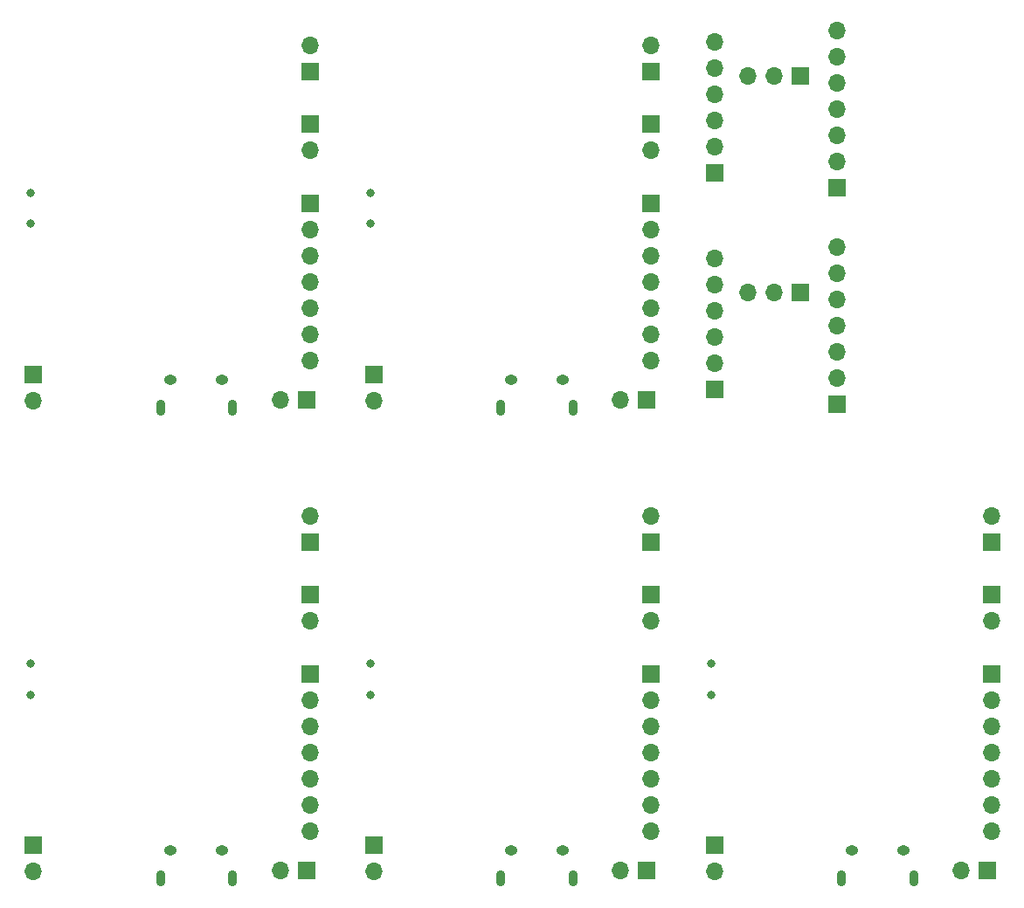
<source format=gbs>
%MOIN*%
%OFA0B0*%
%FSLAX46Y46*%
%IPPOS*%
%LPD*%
%ADD10O,0.066929133858267723X0.066929133858267723*%
%ADD11R,0.066929133858267723X0.066929133858267723*%
%ADD12C,0.031496062992125991*%
%ADD13O,0.049212598425196853X0.037401574803149609*%
%ADD14O,0.03503937007874016X0.0610236220472441*%
%ADD25O,0.066929133858267723X0.066929133858267723*%
%ADD26R,0.066929133858267723X0.066929133858267723*%
%ADD27O,0.066929133858267723X0.066929133858267723*%
%ADD28R,0.066929133858267723X0.066929133858267723*%
%ADD29C,0.031496062992125991*%
%ADD30O,0.049212598425196853X0.037401574803149609*%
%ADD31O,0.03503937007874016X0.0610236220472441*%
%ADD32O,0.066929133858267723X0.066929133858267723*%
%ADD33R,0.066929133858267723X0.066929133858267723*%
%ADD34C,0.031496062992125991*%
%ADD35O,0.049212598425196853X0.037401574803149609*%
%ADD36O,0.03503937007874016X0.0610236220472441*%
%ADD37O,0.066929133858267723X0.066929133858267723*%
%ADD38R,0.066929133858267723X0.066929133858267723*%
%ADD39C,0.031496062992125991*%
%ADD40O,0.049212598425196853X0.037401574803149609*%
%ADD41O,0.03503937007874016X0.0610236220472441*%
%ADD42O,0.066929133858267723X0.066929133858267723*%
%ADD43R,0.066929133858267723X0.066929133858267723*%
%ADD44O,0.066929133858267723X0.066929133858267723*%
%ADD45R,0.066929133858267723X0.066929133858267723*%
%ADD46C,0.031496062992125991*%
%ADD47O,0.049212598425196853X0.037401574803149609*%
%ADD48O,0.03503937007874016X0.0610236220472441*%
G01*
D10*
X-0003930500Y0006002500D02*
X0001149500Y0000238000D03*
X0001149500Y0000338000D03*
X0001149500Y0000438000D03*
X0001149500Y0000537999D03*
X0001149500Y0000638000D03*
X0001149500Y0000738000D03*
D11*
X0001149500Y0000838000D03*
D12*
X0000081311Y0000876515D03*
X0000081311Y0000758405D03*
D11*
X0000092334Y0000182814D03*
D10*
X0000092334Y0000082814D03*
D13*
X0000617137Y0000163129D03*
X0000813988Y0000163129D03*
D14*
X0000577767Y0000056830D03*
X0000853358Y0000056830D03*
D10*
X0001034854Y0000086751D03*
D11*
X0001134854Y0000086751D03*
D10*
X0001149421Y0001440295D03*
D11*
X0001149421Y0001340295D03*
D10*
X0001149421Y0001039507D03*
D11*
X0001149421Y0001139507D03*
G04 next file*
G04 #@! TF.GenerationSoftware,KiCad,Pcbnew,(5.1.9)-1*
G04 #@! TF.CreationDate,2021-07-08T10:46:36+02:00*
G04 #@! TF.ProjectId,ttl_to_usb_adapter,74746c5f-746f-45f7-9573-625f61646170,v0.0*
G04 #@! TF.SameCoordinates,Original*
G04 #@! TF.FileFunction,Soldermask,Bot*
G04 #@! TF.FilePolarity,Negative*
G04 Gerber Fmt 4.6, Leading zero omitted, Abs format (unit mm)*
G04 Created by KiCad (PCBNEW (5.1.9)-1) date 2021-07-08 10:46:36*
G01*
G04 APERTURE LIST*
G04 APERTURE END LIST*
D25*
X-0003464511Y0005931098D02*
X0003157535Y0002468106D03*
X0003157535Y0002368106D03*
X0003157535Y0002268106D03*
X0003157535Y0002168106D03*
X0003157535Y0002068106D03*
X0003157535Y0001968106D03*
D26*
X0003157535Y0001868106D03*
X0003019740Y0002293303D03*
D25*
X0002919740Y0002293303D03*
X0002819740Y0002293303D03*
X0002692968Y0002423224D03*
X0002692968Y0002323224D03*
X0002692968Y0002223224D03*
X0002692968Y0002123224D03*
X0002692968Y0002023224D03*
D26*
X0002692968Y0001923224D03*
G04 next file*
G04 #@! TF.GenerationSoftware,KiCad,Pcbnew,(5.1.9)-1*
G04 #@! TF.CreationDate,2021-07-08T10:50:12+02:00*
G04 #@! TF.ProjectId,iot-postbox,696f742d-706f-4737-9462-6f782e6b6963,v0.0*
G04 #@! TF.SameCoordinates,Original*
G04 #@! TF.FileFunction,Soldermask,Bot*
G04 #@! TF.FilePolarity,Negative*
G04 Gerber Fmt 4.6, Leading zero omitted, Abs format (unit mm)*
G04 Created by KiCad (PCBNEW (5.1.9)-1) date 2021-07-08 10:50:12*
G01*
G04 APERTURE LIST*
G04 APERTURE END LIST*
D27*
X-0003930500Y0007799740D02*
X0001149500Y0002035240D03*
X0001149500Y0002135240D03*
X0001149500Y0002235240D03*
X0001149500Y0002335240D03*
X0001149500Y0002435240D03*
X0001149500Y0002535240D03*
D28*
X0001149500Y0002635240D03*
D29*
X0000081311Y0002673755D03*
X0000081311Y0002555645D03*
D28*
X0000092334Y0001980055D03*
D27*
X0000092334Y0001880055D03*
D30*
X0000617137Y0001960370D03*
X0000813988Y0001960370D03*
D31*
X0000577767Y0001854070D03*
X0000853358Y0001854070D03*
D27*
X0001034854Y0001883992D03*
D28*
X0001134854Y0001883992D03*
D27*
X0001149421Y0003237535D03*
D28*
X0001149421Y0003137535D03*
D27*
X0001149421Y0002836748D03*
D28*
X0001149421Y0002936748D03*
G04 next file*
G04 #@! TF.GenerationSoftware,KiCad,Pcbnew,(5.1.9)-1*
G04 #@! TF.CreationDate,2021-07-08T10:50:12+02:00*
G04 #@! TF.ProjectId,iot-postbox,696f742d-706f-4737-9462-6f782e6b6963,v0.0*
G04 #@! TF.SameCoordinates,Original*
G04 #@! TF.FileFunction,Soldermask,Bot*
G04 #@! TF.FilePolarity,Negative*
G04 Gerber Fmt 4.6, Leading zero omitted, Abs format (unit mm)*
G04 Created by KiCad (PCBNEW (5.1.9)-1) date 2021-07-08 10:50:12*
G01*
G04 APERTURE LIST*
G04 APERTURE END LIST*
D32*
X-0002631259Y0006002500D02*
X0002448740Y0000238000D03*
X0002448740Y0000338000D03*
X0002448740Y0000438000D03*
X0002448740Y0000537999D03*
X0002448740Y0000638000D03*
X0002448740Y0000738000D03*
D33*
X0002448740Y0000838000D03*
D34*
X0001380551Y0000876515D03*
X0001380551Y0000758405D03*
D33*
X0001391574Y0000182814D03*
D32*
X0001391574Y0000082814D03*
D35*
X0001916377Y0000163129D03*
X0002113228Y0000163129D03*
D36*
X0001877007Y0000056830D03*
X0002152598Y0000056830D03*
D32*
X0002334094Y0000086751D03*
D33*
X0002434094Y0000086751D03*
D32*
X0002448661Y0001440295D03*
D33*
X0002448661Y0001340295D03*
D32*
X0002448661Y0001039507D03*
D33*
X0002448661Y0001139507D03*
G04 next file*
G04 #@! TF.GenerationSoftware,KiCad,Pcbnew,(5.1.9)-1*
G04 #@! TF.CreationDate,2021-07-08T10:50:12+02:00*
G04 #@! TF.ProjectId,iot-postbox,696f742d-706f-4737-9462-6f782e6b6963,v0.0*
G04 #@! TF.SameCoordinates,Original*
G04 #@! TF.FileFunction,Soldermask,Bot*
G04 #@! TF.FilePolarity,Negative*
G04 Gerber Fmt 4.6, Leading zero omitted, Abs format (unit mm)*
G04 Created by KiCad (PCBNEW (5.1.9)-1) date 2021-07-08 10:50:12*
G01*
G04 APERTURE LIST*
G04 APERTURE END LIST*
D37*
X-0001332019Y0006002500D02*
X0003747980Y0000238000D03*
X0003747980Y0000338000D03*
X0003747980Y0000438000D03*
X0003747980Y0000537999D03*
X0003747980Y0000638000D03*
X0003747980Y0000738000D03*
D38*
X0003747980Y0000838000D03*
D39*
X0002679791Y0000876515D03*
X0002679791Y0000758405D03*
D38*
X0002690814Y0000182814D03*
D37*
X0002690814Y0000082814D03*
D40*
X0003215618Y0000163129D03*
X0003412468Y0000163129D03*
D41*
X0003176248Y0000056830D03*
X0003451838Y0000056830D03*
D37*
X0003633334Y0000086751D03*
D38*
X0003733334Y0000086751D03*
D37*
X0003747901Y0001440295D03*
D38*
X0003747901Y0001340295D03*
D37*
X0003747901Y0001039507D03*
D38*
X0003747901Y0001139507D03*
G04 next file*
G04 #@! TF.GenerationSoftware,KiCad,Pcbnew,(5.1.9)-1*
G04 #@! TF.CreationDate,2021-07-08T10:46:36+02:00*
G04 #@! TF.ProjectId,ttl_to_usb_adapter,74746c5f-746f-45f7-9573-625f61646170,v0.0*
G04 #@! TF.SameCoordinates,Original*
G04 #@! TF.FileFunction,Soldermask,Bot*
G04 #@! TF.FilePolarity,Negative*
G04 Gerber Fmt 4.6, Leading zero omitted, Abs format (unit mm)*
G04 Created by KiCad (PCBNEW (5.1.9)-1) date 2021-07-08 10:46:36*
G01*
G04 APERTURE LIST*
G04 APERTURE END LIST*
D42*
X-0003464511Y0006757870D02*
X0003157535Y0003294877D03*
X0003157535Y0003194877D03*
X0003157535Y0003094877D03*
X0003157535Y0002994877D03*
X0003157535Y0002894877D03*
X0003157535Y0002794877D03*
D43*
X0003157535Y0002694877D03*
X0003019740Y0003120074D03*
D42*
X0002919740Y0003120074D03*
X0002819740Y0003120074D03*
X0002692968Y0003249996D03*
X0002692968Y0003149996D03*
X0002692968Y0003049996D03*
X0002692968Y0002949996D03*
X0002692968Y0002849996D03*
D43*
X0002692968Y0002749996D03*
G04 next file*
G04 #@! TF.GenerationSoftware,KiCad,Pcbnew,(5.1.9)-1*
G04 #@! TF.CreationDate,2021-07-08T10:50:12+02:00*
G04 #@! TF.ProjectId,iot-postbox,696f742d-706f-4737-9462-6f782e6b6963,v0.0*
G04 #@! TF.SameCoordinates,Original*
G04 #@! TF.FileFunction,Soldermask,Bot*
G04 #@! TF.FilePolarity,Negative*
G04 Gerber Fmt 4.6, Leading zero omitted, Abs format (unit mm)*
G04 Created by KiCad (PCBNEW (5.1.9)-1) date 2021-07-08 10:50:12*
G01*
G04 APERTURE LIST*
G04 APERTURE END LIST*
D44*
X-0002631259Y0007799740D02*
X0002448740Y0002035240D03*
X0002448740Y0002135240D03*
X0002448740Y0002235240D03*
X0002448740Y0002335240D03*
X0002448740Y0002435240D03*
X0002448740Y0002535240D03*
D45*
X0002448740Y0002635240D03*
D46*
X0001380551Y0002673755D03*
X0001380551Y0002555645D03*
D45*
X0001391574Y0001980055D03*
D44*
X0001391574Y0001880055D03*
D47*
X0001916377Y0001960370D03*
X0002113228Y0001960370D03*
D48*
X0001877007Y0001854070D03*
X0002152598Y0001854070D03*
D44*
X0002334094Y0001883992D03*
D45*
X0002434094Y0001883992D03*
D44*
X0002448661Y0003237535D03*
D45*
X0002448661Y0003137535D03*
D44*
X0002448661Y0002836748D03*
D45*
X0002448661Y0002936748D03*
M02*
</source>
